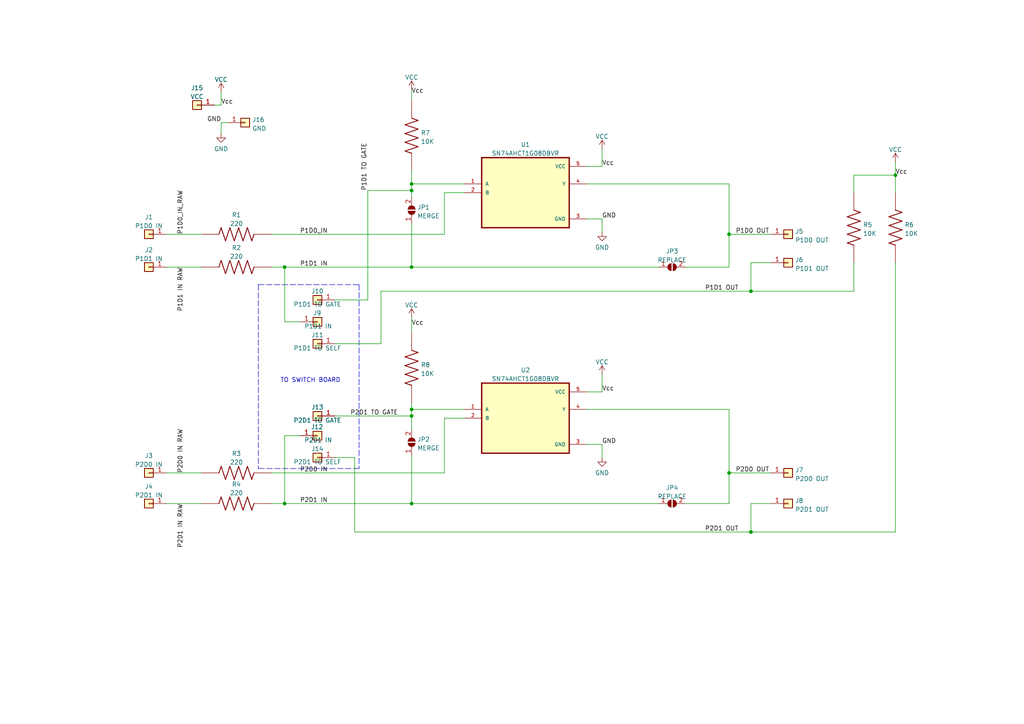
<source format=kicad_sch>
(kicad_sch (version 20211123) (generator eeschema)
  (paper "A4")
  (title_block (title "Twin Famicom Expansion Port Switcher Main Board") (date "2022-11-05") (company "Jeff Chen"))
  (lib_symbols
    (symbol "Connector_Generic:Conn_01x01" (pin_names (offset 1.016) hide)
      (property "Reference" "J" (at 0 2.54 0))
      (property "Value" "Conn_01x01" (at 0 -2.54 0))
      (symbol "Conn_01x01_1_1"
        (rectangle (start -1.27 0.127) (end 0 -0.127) (stroke (width 0.1524)))
        (rectangle (start -1.27 1.27) (end 1.27 -1.27) (stroke (width 0.254)) (fill (type background)))
        (pin passive line (at -5.08 0 0) (length 3.81) (name "Pin_1") (number "1"))
      )
    )
    (symbol "DA15_Fix:SN74AHCT1G08DBVR" (pin_names (offset 1.016))
      (property "Reference" "U" (at -12.7 11.1506 0))
      (property "Value" "SN74AHCT1G08DBVR" (at -12.7 -14.1478 0))
      (symbol "SN74AHCT1G08DBVR_0_0"
        (rectangle (start -12.7 -10.16) (end 12.7 10.16) (stroke (width 0.4064)) (fill (type background)))
        (pin input line (at -17.78 2.54 0) (length 5.08) (name "A") (number "1"))
        (pin input line (at -17.78 0 0) (length 5.08) (name "B") (number "2"))
        (pin power_in line (at 17.78 -7.62 180) (length 5.08) (name "GND") (number "3"))
        (pin output line (at 17.78 2.54 180) (length 5.08) (name "Y") (number "4"))
        (pin power_in line (at 17.78 7.62 180) (length 5.08) (name "VCC") (number "5"))
      )
    )
    (symbol "Jumper:SolderJumper_2_Open" (pin_names (offset 0) hide)
      (property "Reference" "JP" (at 0 2.032 0))
      (property "Value" "SolderJumper_2_Open" (at 0 -2.54 0))
      (symbol "SolderJumper_2_Open_0_1"
        (arc (start -0.254 1.016) (mid -1.27 0) (end -0.254 -1.016))
        (arc (start -0.254 1.016) (mid -1.27 0) (end -0.254 -1.016) (fill (type outline)))
        (polyline (pts (xy -0.254 1.016) (xy -0.254 -1.016)))
        (polyline (pts (xy 0.254 1.016) (xy 0.254 -1.016)))
        (arc (start 0.254 -1.016) (mid 1.27 0) (end 0.254 1.016))
        (arc (start 0.254 -1.016) (mid 1.27 0) (end 0.254 1.016) (fill (type outline)))
      )
      (symbol "SolderJumper_2_Open_1_1"
        (pin passive line (at -3.81 0 0) (length 2.54) (name "A") (number "1"))
        (pin passive line (at 3.81 0 180) (length 2.54) (name "B") (number "2"))
      )
    )
    (symbol "power:GND" (power) (pin_names (offset 0))
      (property "Value" "GND" (at 0 -3.81 0))
      (symbol "GND_0_1"
        (polyline (pts (xy 0 0) (xy 0 -1.27) (xy 1.27 -1.27) (xy 0 -2.54) (xy -1.27 -1.27) (xy 0 -1.27)))
      )
      (symbol "GND_1_1"
        (pin power_in line (at 0 0 270) (length 0) hide (name "GND") (number "1"))
      )
    )
    (symbol "power:VCC" (power) (pin_names (offset 0))
      (property "Value" "VCC" (at 0 3.81 0))
      (symbol "VCC_0_1"
        (polyline (pts (xy -0.762 1.27) (xy 0 2.54)))
        (polyline (pts (xy 0 0) (xy 0 2.54)))
        (polyline (pts (xy 0 2.54) (xy 0.762 1.27)))
      )
      (symbol "VCC_1_1"
        (pin power_in line (at 0 0 90) (length 0) hide (name "VCC") (number "1"))
      )
    )
    (symbol "resistor:Resistor_0603" (pin_numbers hide) (pin_names (offset 1.016) hide)
      (property "Reference" "R" (at -7.62 2.54 0))
      (property "Value" "Resistor_0603" (at -7.62 -5.08 0))
      (symbol "Resistor_0603_0_0"
        (polyline (pts (xy -5.08 0) (xy -4.445 1.905)) (stroke (width 0.254)))
        (polyline (pts (xy -4.445 1.905) (xy -3.175 -1.905)) (stroke (width 0.254)))
        (polyline (pts (xy -3.175 -1.905) (xy -1.905 1.905)) (stroke (width 0.254)))
        (polyline (pts (xy -1.905 1.905) (xy -0.635 -1.905)) (stroke (width 0.254)))
        (polyline (pts (xy -0.635 -1.905) (xy 0.635 1.905)) (stroke (width 0.254)))
        (polyline (pts (xy 0.635 1.905) (xy 1.905 -1.905)) (stroke (width 0.254)))
        (polyline (pts (xy 1.905 -1.905) (xy 3.175 1.905)) (stroke (width 0.254)))
        (polyline (pts (xy 3.175 1.905) (xy 4.445 -1.905)) (stroke (width 0.254)))
        (polyline (pts (xy 4.445 -1.905) (xy 5.08 0)) (stroke (width 0.254)))
        (pin passive line (at -10.16 0 0) (length 5.08) (name "~") (number "1"))
        (pin passive line (at 10.16 0 180) (length 5.08) (name "~") (number "2"))
      )
    )
  )
  (junction (at 119.38 118.745))
  (junction (at 82.55 146.05))
  (junction (at 211.455 137.16))
  (junction (at 259.715 50.8))
  (junction (at 119.38 146.05))
  (junction (at 82.55 77.47))
  (junction (at 217.805 154.305))
  (junction (at 119.38 120.65))
  (junction (at 119.38 53.34))
  (junction (at 217.805 84.455))
  (junction (at 119.38 77.47))
  (junction (at 211.455 67.945))
  (junction (at 119.38 55.245))
  (wire (pts (xy 174.625 63.5) (xy 174.625 67.31)))
  (wire (pts (xy 170.18 113.665) (xy 174.625 113.665)))
  (wire (pts (xy 106.68 55.245) (xy 119.38 55.245)))
  (wire (pts (xy 82.55 77.47) (xy 119.38 77.47)))
  (wire (pts (xy 259.715 46.99) (xy 259.715 50.8)))
  (wire (pts (xy 174.625 128.905) (xy 174.625 132.715)))
  (wire (pts (xy 217.805 84.455) (xy 247.65 84.455)))
  (wire (pts (xy 128.905 137.16) (xy 128.905 121.285)))
  (wire (pts (xy 102.87 154.305) (xy 217.805 154.305)))
  (wire (pts (xy 82.55 93.345) (xy 86.995 93.345)))
  (wire (pts (xy 82.55 146.05) (xy 119.38 146.05)))
  (wire (pts (xy 211.455 137.16) (xy 223.52 137.16)))
  (wire (pts (xy 97.155 86.995) (xy 106.68 86.995)))
  (wire (pts (xy 170.18 48.26) (xy 174.625 48.26)))
  (wire (pts (xy 223.52 146.05) (xy 217.805 146.05)))
  (wire (pts (xy 66.04 35.56) (xy 64.135 35.56)))
  (wire (pts (xy 110.49 99.695) (xy 110.49 84.455)))
  (wire (pts (xy 211.455 67.945) (xy 223.52 67.945)))
  (wire (pts (xy 82.55 126.365) (xy 86.995 126.365)))
  (wire (pts (xy 198.755 146.05) (xy 211.455 146.05)))
  (wire (pts (xy 170.18 63.5) (xy 174.625 63.5)))
  (wire (pts (xy 97.155 132.715) (xy 102.87 132.715)))
  (wire (pts (xy 119.38 146.05) (xy 191.135 146.05)))
  (wire (pts (xy 119.38 53.34) (xy 134.62 53.34)))
  (wire (pts (xy 78.74 146.05) (xy 82.55 146.05)))
  (wire (pts (xy 128.905 121.285) (xy 134.62 121.285)))
  (polyline (pts (xy 104.14 135.89) (xy 74.93 135.89)))
  (wire (pts (xy 119.38 53.34) (xy 119.38 55.245)))
  (wire (pts (xy 119.38 77.47) (xy 191.135 77.47)))
  (wire (pts (xy 128.905 67.945) (xy 128.905 55.88)))
  (wire (pts (xy 198.755 77.47) (xy 211.455 77.47)))
  (wire (pts (xy 259.715 50.8) (xy 259.715 55.88)))
  (wire (pts (xy 82.55 146.05) (xy 82.55 126.365)))
  (wire (pts (xy 62.23 30.48) (xy 64.135 30.48)))
  (wire (pts (xy 119.38 118.745) (xy 134.62 118.745)))
  (wire (pts (xy 211.455 118.745) (xy 211.455 137.16)))
  (wire (pts (xy 119.38 118.745) (xy 119.38 120.65)))
  (wire (pts (xy 223.52 76.2) (xy 217.805 76.2)))
  (wire (pts (xy 78.74 137.16) (xy 128.905 137.16)))
  (wire (pts (xy 64.135 35.56) (xy 64.135 38.735)))
  (polyline (pts (xy 74.93 82.55) (xy 104.14 82.55)))
  (wire (pts (xy 97.155 120.65) (xy 119.38 120.65)))
  (wire (pts (xy 247.65 50.8) (xy 259.715 50.8)))
  (wire (pts (xy 82.55 77.47) (xy 82.55 93.345)))
  (wire (pts (xy 119.38 49.53) (xy 119.38 53.34)))
  (wire (pts (xy 119.38 132.08) (xy 119.38 146.05)))
  (wire (pts (xy 217.805 146.05) (xy 217.805 154.305)))
  (wire (pts (xy 170.18 53.34) (xy 211.455 53.34)))
  (wire (pts (xy 97.155 99.695) (xy 110.49 99.695)))
  (wire (pts (xy 247.65 55.88) (xy 247.65 50.8)))
  (wire (pts (xy 119.38 26.035) (xy 119.38 29.21)))
  (wire (pts (xy 110.49 84.455) (xy 217.805 84.455)))
  (wire (pts (xy 170.18 128.905) (xy 174.625 128.905)))
  (wire (pts (xy 48.26 137.16) (xy 58.42 137.16)))
  (polyline (pts (xy 104.14 82.55) (xy 104.14 135.89)))
  (wire (pts (xy 174.625 48.26) (xy 174.625 43.18)))
  (polyline (pts (xy 74.93 82.55) (xy 74.93 135.89)))
  (wire (pts (xy 119.38 64.77) (xy 119.38 77.47)))
  (wire (pts (xy 119.38 120.65) (xy 119.38 124.46)))
  (wire (pts (xy 211.455 146.05) (xy 211.455 137.16)))
  (wire (pts (xy 259.715 154.305) (xy 259.715 76.2)))
  (wire (pts (xy 211.455 53.34) (xy 211.455 67.945)))
  (wire (pts (xy 119.38 116.84) (xy 119.38 118.745)))
  (wire (pts (xy 78.74 67.945) (xy 128.905 67.945)))
  (wire (pts (xy 48.26 146.05) (xy 58.42 146.05)))
  (wire (pts (xy 119.38 57.15) (xy 119.38 55.245)))
  (wire (pts (xy 48.26 77.47) (xy 58.42 77.47)))
  (wire (pts (xy 119.38 92.075) (xy 119.38 96.52)))
  (wire (pts (xy 217.805 154.305) (xy 259.715 154.305)))
  (wire (pts (xy 102.87 132.715) (xy 102.87 154.305)))
  (wire (pts (xy 128.905 55.88) (xy 134.62 55.88)))
  (wire (pts (xy 174.625 108.585) (xy 174.625 113.665)))
  (wire (pts (xy 48.26 67.945) (xy 58.42 67.945)))
  (wire (pts (xy 247.65 84.455) (xy 247.65 76.2)))
  (wire (pts (xy 211.455 77.47) (xy 211.455 67.945)))
  (wire (pts (xy 64.135 30.48) (xy 64.135 26.67)))
  (wire (pts (xy 78.74 77.47) (xy 82.55 77.47)))
  (wire (pts (xy 217.805 76.2) (xy 217.805 84.455)))
  (wire (pts (xy 170.18 118.745) (xy 211.455 118.745)))
  (wire (pts (xy 106.68 86.995) (xy 106.68 55.245)))
  (text "TO SWITCH BOARD" (at 81.28 111.125 0) (effects (font (size 1.27 1.27)) (justify left bottom)))
  (label "P2D1 OUT" (at 204.47 154.305 0))
  (label "P1D0_IN" (at 86.995 67.945 0))
  (label "GND" (at 174.625 63.5 0))
  (label "P1D1 IN" (at 86.995 77.47 0))
  (label "P2D1 TO GATE" (at 101.6 120.65 0))
  (label "Vcc" (at 119.38 94.615 0))
  (label "Vcc" (at 174.625 113.665 0))
  (label "P2D0 IN" (at 86.995 137.16 0))
  (label "P1D1 IN RAW" (at 53.34 77.47 270))
  (label "P1D0_IN_RAW" (at 53.34 67.945 90))
  (label "P2D1 IN" (at 86.995 146.05 0))
  (label "Vcc" (at 174.625 48.26 0))
  (label "GND" (at 64.135 35.56 180))
  (label "P2D1 IN RAW" (at 53.34 146.05 270))
  (label "P1D1 TO GATE" (at 106.68 55.245 90))
  (label "P2D0 IN RAW" (at 53.34 137.16 90))
  (label "Vcc" (at 119.38 27.305 0))
  (label "P1D0 OUT" (at 213.36 67.945 0))
  (label "P1D1 OUT" (at 204.47 84.455 0))
  (label "P2D0 OUT" (at 213.36 137.16 0))
  (label "Vcc" (at 64.135 30.48 0))
  (label "GND" (at 174.625 128.905 0))
  (label "Vcc" (at 259.715 50.8 0))
  (symbol (lib_id "Connector_Generic:Conn_01x01") (at 228.6 67.945 0) (unit 1)
    (property "Reference" "J5" (at 230.632 67.1103 0) (effects (justify left)))
    (property "Value" "P1D0 OUT" (at 230.632 69.6472 0) (effects (justify left)))
    (property "Footprint" "DA15_Fix:Long Via" (effects hide))
  )
  (symbol (lib_id "resistor:Resistor_0603") (at 68.58 67.945 0) (unit 1)
    (property "Reference" "R1" (at 68.58 62.3402 0))
    (property "Value" "220" (at 68.58 64.8771 0))
    (property "Footprint" "Resistor_SMD:R_0603_1608Metric_Pad0.98x0.95mm_HandSolder" (effects hide))
  )
  (symbol (lib_id "power:GND") (at 174.625 132.715 0) (unit 1)
    (property "Reference" "#PWR0103" (effects hide))
    (property "Value" "GND" (at 174.625 137.1584 0))
  )
  (symbol (lib_id "Connector_Generic:Conn_01x01") (at 57.15 30.48 180) (unit 1)
    (property "Reference" "J15" (at 57.15 25.5102 0))
    (property "Value" "VCC" (at 57.15 28.0471 0))
    (property "Footprint" "DA15_Fix:Single Pad Pin" (effects hide))
  )
  (symbol (lib_id "DA15_Fix:SN74AHCT1G08DBVR") (at 152.4 55.88 0) (unit 1)
    (property "Reference" "U1" (at 152.4 41.944 0))
    (property "Value" "SN74AHCT1G08DBVR" (at 152.4 44.4809 0))
    (property "Footprint" "DA15_Fix:SOT95P280X145-5N" (effects hide))
  )
  (symbol (lib_id "DA15_Fix:SN74AHCT1G08DBVR") (at 152.4 121.285 0) (unit 1)
    (property "Reference" "U2" (at 152.4 107.349 0))
    (property "Value" "SN74AHCT1G08DBVR" (at 152.4 109.8859 0))
    (property "Footprint" "DA15_Fix:SOT95P280X145-5N" (effects hide))
  )
  (symbol (lib_id "power:VCC") (at 64.135 26.67 0) (unit 1)
    (property "Reference" "#PWR0109" (effects hide))
    (property "Value" "VCC" (at 64.135 23.0942 0))
  )
  (symbol (lib_id "Connector_Generic:Conn_01x01") (at 228.6 146.05 0) (unit 1)
    (property "Reference" "J8" (at 230.632 145.2153 0) (effects (justify left)))
    (property "Value" "P2D1 OUT" (at 230.632 147.7522 0) (effects (justify left)))
    (property "Footprint" "DA15_Fix:Short Via" (effects hide))
  )
  (symbol (lib_id "resistor:Resistor_0603") (at 247.65 66.04 90) (unit 1)
    (property "Reference" "R5" (at 250.317 65.2053 90) (effects (justify right)))
    (property "Value" "10K" (at 250.317 67.7422 90) (effects (justify right)))
    (property "Footprint" "Resistor_SMD:R_0603_1608Metric_Pad0.98x0.95mm_HandSolder" (effects hide))
  )
  (symbol (lib_id "Connector_Generic:Conn_01x01") (at 92.075 126.365 0) (unit 1)
    (property "Reference" "J12" (at 90.17 123.825 0) (effects (justify left)))
    (property "Value" "P2D1 IN" (at 88.265 127.635 0) (effects (justify left)))
    (property "Footprint" "DA15_Fix:Landing Pad" (effects hide))
  )
  (symbol (lib_id "power:VCC") (at 119.38 92.075 0) (unit 1)
    (property "Reference" "#PWR0107" (effects hide))
    (property "Value" "VCC" (at 119.38 88.4992 0))
  )
  (symbol (lib_id "Jumper:SolderJumper_2_Open") (at 194.945 77.47 0) (unit 1)
    (property "Reference" "JP3" (at 194.945 72.8812 0))
    (property "Value" "REPLACE" (at 194.945 75.4181 0))
    (property "Footprint" "Jumper:SolderJumper-2_P1.3mm_Open_RoundedPad1.0x1.5mm" (effects hide))
  )
  (symbol (lib_id "Connector_Generic:Conn_01x01") (at 43.18 146.05 0) (mirror y) (unit 1)
    (property "Reference" "J4" (at 43.18 141.0802 0))
    (property "Value" "P2D1 IN" (at 43.18 143.6171 0))
    (property "Footprint" "DA15_Fix:Short Via" (effects hide))
  )
  (symbol (lib_id "resistor:Resistor_0603") (at 68.58 77.47 0) (unit 1)
    (property "Reference" "R2" (at 68.58 71.8652 0))
    (property "Value" "220" (at 68.58 74.4021 0))
    (property "Footprint" "Resistor_SMD:R_0603_1608Metric_Pad0.98x0.95mm_HandSolder" (effects hide))
  )
  (symbol (lib_id "Connector_Generic:Conn_01x01") (at 71.12 35.56 0) (unit 1)
    (property "Reference" "J16" (at 73.152 34.7253 0) (effects (justify left)))
    (property "Value" "GND" (at 73.152 37.2622 0) (effects (justify left)))
    (property "Footprint" "DA15_Fix:Single Pad Pin" (effects hide))
  )
  (symbol (lib_id "Connector_Generic:Conn_01x01") (at 92.075 93.345 0) (unit 1)
    (property "Reference" "J9" (at 90.805 90.805 0) (effects (justify left)))
    (property "Value" "P1D1 IN" (at 88.265 94.615 0) (effects (justify left)))
    (property "Footprint" "DA15_Fix:Landing Pad" (effects hide))
  )
  (symbol (lib_id "resistor:Resistor_0603") (at 68.58 137.16 0) (unit 1)
    (property "Reference" "R3" (at 68.58 131.5552 0))
    (property "Value" "220" (at 68.58 134.0921 0))
    (property "Footprint" "Resistor_SMD:R_0603_1608Metric_Pad0.98x0.95mm_HandSolder" (effects hide))
  )
  (symbol (lib_id "resistor:Resistor_0603") (at 119.38 106.68 90) (unit 1)
    (property "Reference" "R8" (at 122.047 105.8453 90) (effects (justify right)))
    (property "Value" "10K" (at 122.047 108.3822 90) (effects (justify right)))
    (property "Footprint" "Resistor_SMD:R_0603_1608Metric_Pad0.98x0.95mm_HandSolder" (effects hide))
  )
  (symbol (lib_id "Connector_Generic:Conn_01x01") (at 228.6 76.2 0) (unit 1)
    (property "Reference" "J6" (at 230.632 75.3653 0) (effects (justify left)))
    (property "Value" "P1D1 OUT" (at 230.632 77.9022 0) (effects (justify left)))
    (property "Footprint" "DA15_Fix:Long Via" (effects hide))
  )
  (symbol (lib_id "power:GND") (at 64.135 38.735 0) (unit 1)
    (property "Reference" "#PWR0108" (effects hide))
    (property "Value" "GND" (at 64.135 43.1784 0))
  )
  (symbol (lib_id "Jumper:SolderJumper_2_Open") (at 119.38 128.27 90) (unit 1)
    (property "Reference" "JP2" (at 121.031 127.4353 90) (effects (justify right)))
    (property "Value" "MERGE" (at 121.031 129.9722 90) (effects (justify right)))
    (property "Footprint" "Jumper:SolderJumper-2_P1.3mm_Open_RoundedPad1.0x1.5mm" (effects hide))
  )
  (symbol (lib_id "Connector_Generic:Conn_01x01") (at 43.18 77.47 0) (mirror y) (unit 1)
    (property "Reference" "J2" (at 43.18 72.5002 0))
    (property "Value" "P1D1 IN" (at 43.18 75.0371 0))
    (property "Footprint" "DA15_Fix:Long Via" (effects hide))
  )
  (symbol (lib_id "Connector_Generic:Conn_01x01") (at 43.18 67.945 0) (mirror y) (unit 1)
    (property "Reference" "J1" (at 43.18 62.9752 0))
    (property "Value" "P1D0 IN" (at 43.18 65.5121 0))
    (property "Footprint" "DA15_Fix:Long Via" (effects hide))
  )
  (symbol (lib_id "Jumper:SolderJumper_2_Open") (at 194.945 146.05 0) (unit 1)
    (property "Reference" "JP4" (at 194.945 141.4612 0))
    (property "Value" "REPLACE" (at 194.945 143.9981 0))
    (property "Footprint" "Jumper:SolderJumper-2_P1.3mm_Open_RoundedPad1.0x1.5mm" (effects hide))
  )
  (symbol (lib_id "resistor:Resistor_0603") (at 259.715 66.04 90) (unit 1)
    (property "Reference" "R6" (at 262.382 65.2053 90) (effects (justify right)))
    (property "Value" "10K" (at 262.382 67.7422 90) (effects (justify right)))
    (property "Footprint" "Resistor_SMD:R_0603_1608Metric_Pad0.98x0.95mm_HandSolder" (effects hide))
  )
  (symbol (lib_id "Connector_Generic:Conn_01x01") (at 43.18 137.16 0) (mirror y) (unit 1)
    (property "Reference" "J3" (at 43.18 132.1902 0))
    (property "Value" "P2D0 IN" (at 43.18 134.7271 0))
    (property "Footprint" "DA15_Fix:Short Via" (effects hide))
  )
  (symbol (lib_id "Connector_Generic:Conn_01x01") (at 92.075 86.995 0) (mirror y) (unit 1)
    (property "Reference" "J10" (at 92.075 84.455 0))
    (property "Value" "P1D1 TO GATE" (at 92.075 88.265 0))
    (property "Footprint" "DA15_Fix:Landing Pad" (effects hide))
  )
  (symbol (lib_id "power:VCC") (at 259.715 46.99 0) (unit 1)
    (property "Reference" "#PWR0101" (effects hide))
    (property "Value" "VCC" (at 259.715 43.4142 0))
  )
  (symbol (lib_id "power:VCC") (at 174.625 108.585 0) (unit 1)
    (property "Reference" "#PWR0104" (effects hide))
    (property "Value" "VCC" (at 174.625 105.0092 0))
  )
  (symbol (lib_id "Connector_Generic:Conn_01x01") (at 228.6 137.16 0) (unit 1)
    (property "Reference" "J7" (at 230.632 136.3253 0) (effects (justify left)))
    (property "Value" "P2D0 OUT" (at 230.632 138.8622 0) (effects (justify left)))
    (property "Footprint" "DA15_Fix:Short Via" (effects hide))
  )
  (symbol (lib_id "Jumper:SolderJumper_2_Open") (at 119.38 60.96 90) (unit 1)
    (property "Reference" "JP1" (at 121.031 60.1253 90) (effects (justify right)))
    (property "Value" "MERGE" (at 121.031 62.6622 90) (effects (justify right)))
    (property "Footprint" "Jumper:SolderJumper-2_P1.3mm_Open_RoundedPad1.0x1.5mm" (effects hide))
  )
  (symbol (lib_id "power:GND") (at 174.625 67.31 0) (unit 1)
    (property "Reference" "#PWR0102" (effects hide))
    (property "Value" "GND" (at 174.625 71.7534 0))
  )
  (symbol (lib_id "resistor:Resistor_0603") (at 119.38 39.37 90) (unit 1)
    (property "Reference" "R7" (at 122.047 38.5353 90) (effects (justify right)))
    (property "Value" "10K" (at 122.047 41.0722 90) (effects (justify right)))
    (property "Footprint" "Resistor_SMD:R_0603_1608Metric_Pad0.98x0.95mm_HandSolder" (effects hide))
  )
  (symbol (lib_id "Connector_Generic:Conn_01x01") (at 92.075 120.65 0) (mirror y) (unit 1)
    (property "Reference" "J13" (at 92.075 118.11 0))
    (property "Value" "P2D1 TO GATE" (at 92.075 121.92 0))
    (property "Footprint" "DA15_Fix:Landing Pad" (effects hide))
  )
  (symbol (lib_id "Connector_Generic:Conn_01x01") (at 92.075 132.715 0) (mirror y) (unit 1)
    (property "Reference" "J14" (at 92.075 130.175 0))
    (property "Value" "P2D1 TO SELF" (at 92.075 133.985 0))
    (property "Footprint" "DA15_Fix:Landing Pad" (effects hide))
  )
  (symbol (lib_id "power:VCC") (at 174.625 43.18 0) (unit 1)
    (property "Reference" "#PWR0105" (effects hide))
    (property "Value" "VCC" (at 174.625 39.6042 0))
  )
  (symbol (lib_id "power:VCC") (at 119.38 26.035 0) (unit 1)
    (property "Reference" "#PWR0106" (effects hide))
    (property "Value" "VCC" (at 119.38 22.4592 0))
  )
  (symbol (lib_id "Connector_Generic:Conn_01x01") (at 92.075 99.695 0) (mirror y) (unit 1)
    (property "Reference" "J11" (at 92.075 97.155 0))
    (property "Value" "P1D1 TO SELF" (at 92.075 100.965 0))
    (property "Footprint" "DA15_Fix:Landing Pad" (effects hide))
  )
  (symbol (lib_id "resistor:Resistor_0603") (at 68.58 146.05 0) (unit 1)
    (property "Reference" "R4" (at 68.58 140.4452 0))
    (property "Value" "220" (at 68.58 142.9821 0))
    (property "Footprint" "Resistor_SMD:R_0603_1608Metric_Pad0.98x0.95mm_HandSolder" (effects hide))
  )
)
</source>
